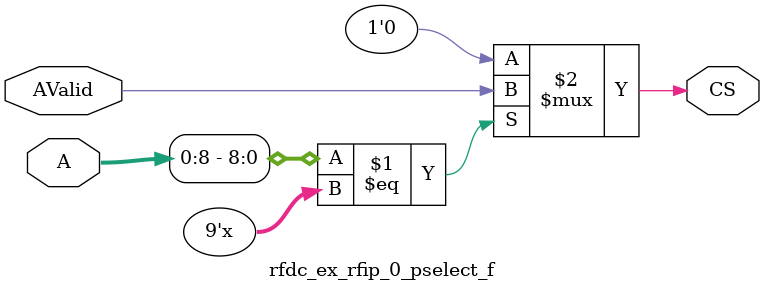
<source format=v>
`timescale 1 ps/1 ps

module rfdc_ex_rfip_0_pselect_f ( A, AValid, CS) ;

parameter C_AB  = 9;
parameter C_AW  = 32;
parameter [0:C_AW - 1] C_BAR =  'bz;
parameter C_FAMILY  = "nofamily";
input[0:C_AW-1] A; 
input AValid; 
output CS; 
wire CS;
parameter [0:C_AB-1]BAR = C_BAR[0:C_AB-1];

//----------------------------------------------------------------------------
// Build a behavioral decoder
//----------------------------------------------------------------------------
generate
if (C_AB > 0) begin : XST_WA
assign CS = (A[0:C_AB - 1] == BAR[0:C_AB - 1]) ? AValid : 1'b0 ;
end
endgenerate

generate
if (C_AB == 0) begin : PASS_ON_GEN
assign CS = AValid ;
end
endgenerate
endmodule

</source>
